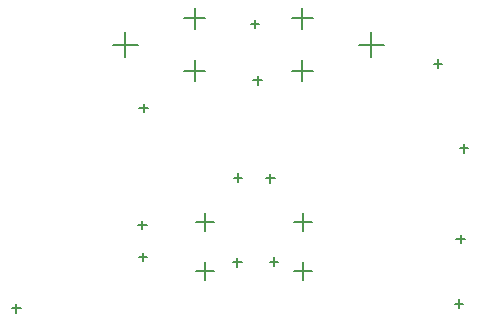
<source format=gbr>
%TF.GenerationSoftware,Altium Limited,Altium Designer,19.0.10 (269)*%
G04 Layer_Color=128*
%FSLAX26Y26*%
%MOIN*%
%TF.FileFunction,Drillmap*%
%TF.Part,Single*%
G01*
G75*
%TA.AperFunction,NonConductor*%
%ADD45C,0.005000*%
D45*
X875000Y358000D02*
X935000D01*
X905000Y328000D02*
Y388000D01*
X875000Y193000D02*
X935000D01*
X905000Y163000D02*
Y223000D01*
X834299Y1036000D02*
X903591D01*
X868945Y1001354D02*
Y1070646D01*
X1193354Y1036000D02*
X1262646D01*
X1228000Y1001354D02*
Y1070646D01*
X595953Y948323D02*
X680992D01*
X638472Y905803D02*
Y990842D01*
X1416032Y948323D02*
X1501071D01*
X1458551Y905803D02*
Y990842D01*
X834299Y860803D02*
X903591D01*
X868945Y826158D02*
Y895449D01*
X1193354Y860803D02*
X1262646D01*
X1228000Y826158D02*
Y895449D01*
X1200000Y358000D02*
X1260000D01*
X1230000Y328000D02*
Y388000D01*
X1200000Y193000D02*
X1260000D01*
X1230000Y163000D02*
Y223000D01*
X685000Y737000D02*
X713000D01*
X699000Y723000D02*
Y751000D01*
X1666000Y885000D02*
X1694000D01*
X1680000Y871000D02*
Y899000D01*
X1056000Y1017000D02*
X1084000D01*
X1070000Y1003000D02*
Y1031000D01*
X1065000Y829000D02*
X1093000D01*
X1079000Y815000D02*
Y843000D01*
X1108000Y502000D02*
X1136000D01*
X1122000Y488000D02*
Y516000D01*
X998000Y222000D02*
X1026000D01*
X1012000Y208000D02*
Y236000D01*
X1120000Y225000D02*
X1148000D01*
X1134000Y211000D02*
Y239000D01*
X1000000Y505000D02*
X1028000D01*
X1014000Y491000D02*
Y519000D01*
X1753000Y602000D02*
X1781000D01*
X1767000Y588000D02*
Y616000D01*
X681000Y347000D02*
X709000D01*
X695000Y333000D02*
Y361000D01*
X261000Y69000D02*
X289000D01*
X275000Y55000D02*
Y83000D01*
X683000Y240000D02*
X711000D01*
X697000Y226000D02*
Y254000D01*
X1742000Y300000D02*
X1770000D01*
X1756000Y286000D02*
Y314000D01*
X1737000Y85000D02*
X1765000D01*
X1751000Y71000D02*
Y99000D01*
%TF.MD5,c6ee6c041713bea362659778b4a155ea*%
M02*

</source>
